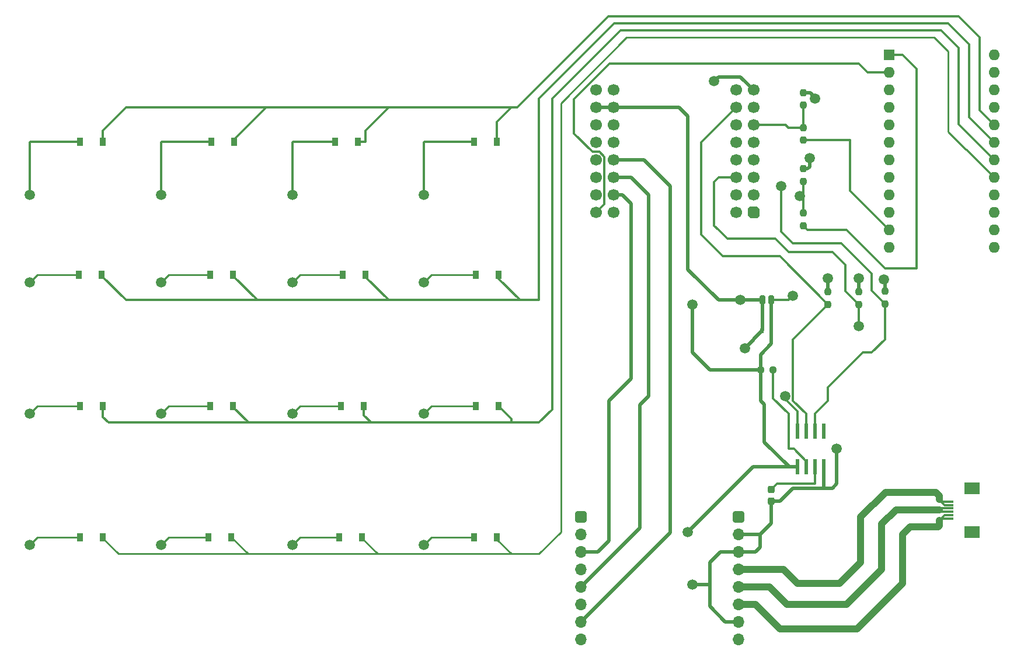
<source format=gbr>
%TF.GenerationSoftware,KiCad,Pcbnew,(6.0.1)*%
%TF.CreationDate,2022-11-17T22:19:47+08:00*%
%TF.ProjectId,Scroller1,5363726f-6c6c-4657-9231-2e6b69636164,rev?*%
%TF.SameCoordinates,Original*%
%TF.FileFunction,Copper,L1,Top*%
%TF.FilePolarity,Positive*%
%FSLAX46Y46*%
G04 Gerber Fmt 4.6, Leading zero omitted, Abs format (unit mm)*
G04 Created by KiCad (PCBNEW (6.0.1)) date 2022-11-17 22:19:47*
%MOMM*%
%LPD*%
G01*
G04 APERTURE LIST*
G04 Aperture macros list*
%AMRoundRect*
0 Rectangle with rounded corners*
0 $1 Rounding radius*
0 $2 $3 $4 $5 $6 $7 $8 $9 X,Y pos of 4 corners*
0 Add a 4 corners polygon primitive as box body*
4,1,4,$2,$3,$4,$5,$6,$7,$8,$9,$2,$3,0*
0 Add four circle primitives for the rounded corners*
1,1,$1+$1,$2,$3*
1,1,$1+$1,$4,$5*
1,1,$1+$1,$6,$7*
1,1,$1+$1,$8,$9*
0 Add four rect primitives between the rounded corners*
20,1,$1+$1,$2,$3,$4,$5,0*
20,1,$1+$1,$4,$5,$6,$7,0*
20,1,$1+$1,$6,$7,$8,$9,0*
20,1,$1+$1,$8,$9,$2,$3,0*%
%AMFreePoly0*
4,1,19,-0.850000,0.510000,-0.510000,0.850000,0.255000,0.850000,0.408997,0.829726,0.552500,0.770285,0.675729,0.675729,0.770285,0.552500,0.829726,0.408997,0.850000,0.255000,0.850000,-0.510000,0.510000,-0.850000,-0.255000,-0.850000,-0.408997,-0.829726,-0.552500,-0.770285,-0.675729,-0.675729,-0.770285,-0.552500,-0.829726,-0.408997,-0.850000,-0.255000,-0.850000,0.510000,-0.850000,0.510000,
$1*%
G04 Aperture macros list end*
%TA.AperFunction,SMDPad,CuDef*%
%ADD10R,0.900000X1.200000*%
%TD*%
%TA.AperFunction,SMDPad,CuDef*%
%ADD11RoundRect,0.237500X0.237500X-0.250000X0.237500X0.250000X-0.237500X0.250000X-0.237500X-0.250000X0*%
%TD*%
%TA.AperFunction,SMDPad,CuDef*%
%ADD12RoundRect,0.237500X0.237500X-0.300000X0.237500X0.300000X-0.237500X0.300000X-0.237500X-0.300000X0*%
%TD*%
%TA.AperFunction,SMDPad,CuDef*%
%ADD13RoundRect,0.237500X-0.237500X0.250000X-0.237500X-0.250000X0.237500X-0.250000X0.237500X0.250000X0*%
%TD*%
%TA.AperFunction,SMDPad,CuDef*%
%ADD14RoundRect,0.208750X0.208750X0.431250X-0.208750X0.431250X-0.208750X-0.431250X0.208750X-0.431250X0*%
%TD*%
%TA.AperFunction,SMDPad,CuDef*%
%ADD15R,0.600000X2.200000*%
%TD*%
%TA.AperFunction,SMDPad,CuDef*%
%ADD16R,0.600000X0.700000*%
%TD*%
%TA.AperFunction,ComponentPad*%
%ADD17RoundRect,0.399500X0.450500X0.450500X-0.450500X0.450500X-0.450500X-0.450500X0.450500X-0.450500X0*%
%TD*%
%TA.AperFunction,ComponentPad*%
%ADD18O,1.700000X1.700000*%
%TD*%
%TA.AperFunction,ComponentPad*%
%ADD19FreePoly0,180.000000*%
%TD*%
%TA.AperFunction,ComponentPad*%
%ADD20C,1.700000*%
%TD*%
%TA.AperFunction,ComponentPad*%
%ADD21R,1.600000X1.600000*%
%TD*%
%TA.AperFunction,ComponentPad*%
%ADD22O,1.600000X1.600000*%
%TD*%
%TA.AperFunction,SMDPad,CuDef*%
%ADD23RoundRect,0.237500X-0.250000X-0.237500X0.250000X-0.237500X0.250000X0.237500X-0.250000X0.237500X0*%
%TD*%
%TA.AperFunction,SMDPad,CuDef*%
%ADD24R,1.300000X0.300000*%
%TD*%
%TA.AperFunction,SMDPad,CuDef*%
%ADD25R,2.200000X1.800000*%
%TD*%
%TA.AperFunction,ViaPad*%
%ADD26C,1.500000*%
%TD*%
%TA.AperFunction,Conductor*%
%ADD27C,0.500000*%
%TD*%
%TA.AperFunction,Conductor*%
%ADD28C,0.300000*%
%TD*%
%TA.AperFunction,Conductor*%
%ADD29C,0.250000*%
%TD*%
%TA.AperFunction,Conductor*%
%ADD30C,1.000000*%
%TD*%
G04 APERTURE END LIST*
D10*
%TO.P,D1_1,1,K*%
%TO.N,/Row 2*%
X119194000Y-91821000D03*
%TO.P,D1_1,2,A*%
%TO.N,Net-(D1_1-Pad2)*%
X115894000Y-91821000D03*
%TD*%
D11*
%TO.P,RS_2,1*%
%TO.N,Net-(ESP32-Pad17)*%
X182696075Y-78279000D03*
%TO.P,RS_2,2*%
%TO.N,GND*%
X182696075Y-76454000D03*
%TD*%
D12*
%TO.P,C1,1*%
%TO.N,GND*%
X178040000Y-124714000D03*
%TO.P,C1,2*%
%TO.N,Net-(C1-Pad2)*%
X178040000Y-122989000D03*
%TD*%
D10*
%TO.P,D2_0,1,K*%
%TO.N,/Row 3*%
X138496000Y-110871000D03*
%TO.P,D2_0,2,A*%
%TO.N,Net-(D2_0-Pad2)*%
X135196000Y-110871000D03*
%TD*%
D13*
%TO.P,RT_4,1*%
%TO.N,+3V3*%
X194550000Y-94234000D03*
%TO.P,RT_4,2*%
%TO.N,SDA*%
X194550000Y-96059000D03*
%TD*%
D10*
%TO.P,D0_1,1,K*%
%TO.N,/Row 1*%
X118135400Y-72517000D03*
%TO.P,D0_1,2,A*%
%TO.N,Net-(D0_1-Pad2)*%
X114835400Y-72517000D03*
%TD*%
D14*
%TO.P,C2,1*%
%TO.N,+3V3*%
X178032500Y-95504000D03*
%TO.P,C2,2*%
%TO.N,GND*%
X176777500Y-95504000D03*
%TD*%
D10*
%TO.P,D1_0,1,K*%
%TO.N,/Row 2*%
X138498000Y-91821000D03*
%TO.P,D1_0,2,A*%
%TO.N,Net-(D1_0-Pad2)*%
X135198000Y-91821000D03*
%TD*%
D15*
%TO.P,UM1,1,VDD*%
%TO.N,+3V3*%
X181850035Y-119692460D03*
%TO.P,UM1,2,MODE*%
%TO.N,Net-(RT_1-Pad2)*%
X183120035Y-119692460D03*
%TO.P,UM1,3,OUT*%
%TO.N,Net-(C1-Pad2)*%
X184390035Y-119692460D03*
%TO.P,UM1,4,GND*%
%TO.N,GND*%
X185660035Y-119692460D03*
%TO.P,UM1,5,PUSH*%
%TO.N,unconnected-(UM1-Pad5)*%
X185660035Y-114492460D03*
%TO.P,UM1,6,A/SDA*%
%TO.N,SDA*%
X184390035Y-114492460D03*
%TO.P,UM1,7,B/SCL*%
%TO.N,SCL*%
X183120035Y-114492460D03*
%TO.P,UM1,8,Z/CSn*%
%TO.N,CSn*%
X181850035Y-114492460D03*
%TD*%
D10*
%TO.P,D1_2,1,K*%
%TO.N,/Row 2*%
X100016000Y-91821000D03*
%TO.P,D1_2,2,A*%
%TO.N,Net-(D1_2-Pad2)*%
X96716000Y-91821000D03*
%TD*%
%TO.P,D2_3,1,K*%
%TO.N,/Row 3*%
X81092000Y-110871000D03*
%TO.P,D2_3,2,A*%
%TO.N,Net-(D2_3-Pad2)*%
X77792000Y-110871000D03*
%TD*%
D13*
%TO.P,RT_2,1*%
%TO.N,+3V3*%
X190740000Y-94314000D03*
%TO.P,RT_2,2*%
%TO.N,CSn*%
X190740000Y-96139000D03*
%TD*%
D16*
%TO.P,D1,1,K*%
%TO.N,+3V3*%
X178054000Y-99949000D03*
%TO.P,D1,2,A*%
%TO.N,GND*%
X176654000Y-99949000D03*
%TD*%
D17*
%TO.P,TMC1,1,+VCC_IO*%
%TO.N,+3V3*%
X150472107Y-126961107D03*
D18*
%TO.P,TMC1,2,GND*%
%TO.N,GND*%
X150472107Y-129501107D03*
%TO.P,TMC1,3,UH_in*%
%TO.N,/UH_In*%
X150472107Y-132041107D03*
%TO.P,TMC1,4,UL_in*%
%TO.N,/UL_In*%
X150472107Y-134581107D03*
%TO.P,TMC1,5,VH_in*%
%TO.N,/VH_In*%
X150472107Y-137121107D03*
%TO.P,TMC1,6,VL_in*%
%TO.N,/VL_In*%
X150472107Y-139661107D03*
%TO.P,TMC1,7,WH_in*%
%TO.N,/WH_In*%
X150472107Y-142201107D03*
%TO.P,TMC1,8,WL_in*%
%TO.N,/WL_In*%
X150472107Y-144741107D03*
D17*
%TO.P,TMC1,9,+VBAT*%
%TO.N,+5V*%
X173272107Y-126961107D03*
D18*
%TO.P,TMC1,10,GND*%
%TO.N,GND*%
X173272107Y-129501107D03*
%TO.P,TMC1,11,GND*%
X173272107Y-132041107D03*
%TO.P,TMC1,12,W*%
%TO.N,/W_Out*%
X173272107Y-134581107D03*
%TO.P,TMC1,13,V*%
%TO.N,/V_Out*%
X173272107Y-137121107D03*
%TO.P,TMC1,14,W*%
%TO.N,/U_Out*%
X173272107Y-139661107D03*
%TO.P,TMC1,15,GND*%
%TO.N,GND*%
X173272107Y-142201107D03*
%TO.P,TMC1,16,DIAG*%
%TO.N,unconnected-(TMC1-Pad16)*%
X173272107Y-144741107D03*
%TD*%
D11*
%TO.P,RM_1,1*%
%TO.N,Net-(QMK1-Pad11)*%
X182696075Y-72286500D03*
%TO.P,RM_1,2*%
%TO.N,Net-(ESP32-Pad6)*%
X182696075Y-70461500D03*
%TD*%
D19*
%TO.P,ESP32,1,EN*%
%TO.N,unconnected-(ESP32-Pad1)*%
X175500000Y-82804000D03*
D20*
%TO.P,ESP32,2,GPIO3*%
%TO.N,unconnected-(ESP32-Pad2)*%
X175500000Y-80264000D03*
%TO.P,ESP32,3,GPIO5*%
%TO.N,unconnected-(ESP32-Pad3)*%
X175500000Y-77724000D03*
%TO.P,ESP32,4,GPIO7*%
%TO.N,unconnected-(ESP32-Pad4)*%
X175500000Y-75184000D03*
%TO.P,ESP32,5,GPIO9*%
%TO.N,unconnected-(ESP32-Pad5)*%
X175500000Y-72644000D03*
%TO.P,ESP32,6,GPIO11*%
%TO.N,Net-(ESP32-Pad6)*%
X175500000Y-70104000D03*
%TO.P,ESP32,7,GPIO12*%
%TO.N,SDA*%
X175500000Y-67564000D03*
%TO.P,ESP32,8,3V3*%
%TO.N,+3V3*%
X175500000Y-65024000D03*
%TO.P,ESP32,9,VBUS*%
%TO.N,+5V*%
X152640000Y-65024000D03*
%TO.P,ESP32,10,GND*%
%TO.N,GND*%
X152640000Y-67564000D03*
%TO.P,ESP32,11,XTAL_32K_N*%
%TO.N,unconnected-(ESP32-Pad11)*%
X152640000Y-70104000D03*
%TO.P,ESP32,12,DAC_2*%
%TO.N,unconnected-(ESP32-Pad12)*%
X152640000Y-72644000D03*
%TO.P,ESP32,13,GPIO33*%
%TO.N,/WL_In*%
X152640000Y-75184000D03*
%TO.P,ESP32,14,GPIO35*%
%TO.N,/VL_In*%
X152640000Y-77724000D03*
%TO.P,ESP32,15,GPIO37*%
%TO.N,/UL_In*%
X152640000Y-80264000D03*
%TO.P,ESP32,16,MTCK*%
%TO.N,Net-(ESP32-Pad16)*%
X152640000Y-82804000D03*
%TO.P,ESP32,17,GPIO1*%
%TO.N,Net-(ESP32-Pad17)*%
X172960000Y-82804000D03*
%TO.P,ESP32,18,GPIO2*%
%TO.N,unconnected-(ESP32-Pad18)*%
X172960000Y-80264000D03*
%TO.P,ESP32,19,GPIO4*%
%TO.N,CSn*%
X172960000Y-77724000D03*
%TO.P,ESP32,20,GPIO6*%
%TO.N,unconnected-(ESP32-Pad20)*%
X172960000Y-75184000D03*
%TO.P,ESP32,21,GPIO8*%
%TO.N,unconnected-(ESP32-Pad21)*%
X172960000Y-72644000D03*
%TO.P,ESP32,22,GPIO10*%
%TO.N,unconnected-(ESP32-Pad22)*%
X172960000Y-70104000D03*
%TO.P,ESP32,23,GPIO13*%
%TO.N,SCL*%
X172960000Y-67564000D03*
%TO.P,ESP32,24,GPIO14*%
%TO.N,unconnected-(ESP32-Pad24)*%
X172960000Y-65024000D03*
%TO.P,ESP32,25,XTAL_32K_P*%
%TO.N,unconnected-(ESP32-Pad25)*%
X155180000Y-65024000D03*
%TO.P,ESP32,26,GND*%
%TO.N,GND*%
X155180000Y-67564000D03*
%TO.P,ESP32,27,DAC_1*%
%TO.N,unconnected-(ESP32-Pad27)*%
X155180000Y-70104000D03*
%TO.P,ESP32,28,GPIO21*%
%TO.N,unconnected-(ESP32-Pad28)*%
X155180000Y-72644000D03*
%TO.P,ESP32,29,GPIO34*%
%TO.N,/WH_In*%
X155180000Y-75184000D03*
%TO.P,ESP32,30,GPIO36*%
%TO.N,/VH_In*%
X155180000Y-77724000D03*
%TO.P,ESP32,31,GPIO38*%
%TO.N,/UH_In*%
X155180000Y-80264000D03*
%TO.P,ESP32,32,MTDO*%
%TO.N,unconnected-(ESP32-Pad32)*%
X155180000Y-82804000D03*
%TD*%
D13*
%TO.P,RT_3,1*%
%TO.N,+3V3*%
X186295000Y-94314000D03*
%TO.P,RT_3,2*%
%TO.N,SCL*%
X186295000Y-96139000D03*
%TD*%
D21*
%TO.P,QMK1,1,D1/TX*%
%TO.N,Net-(QMK1-Pad1)*%
X195185000Y-59944000D03*
D22*
%TO.P,QMK1,2,D0/RX*%
%TO.N,Net-(ESP32-Pad16)*%
X195185000Y-62484000D03*
%TO.P,QMK1,3,GND*%
%TO.N,GND*%
X195185000Y-65024000D03*
%TO.P,QMK1,4,GND*%
X195185000Y-67564000D03*
%TO.P,QMK1,5,D2*%
%TO.N,unconnected-(QMK1-Pad5)*%
X195185000Y-70104000D03*
%TO.P,QMK1,6,~D3*%
%TO.N,unconnected-(QMK1-Pad6)*%
X195185000Y-72644000D03*
%TO.P,QMK1,7,D4/A6*%
%TO.N,unconnected-(QMK1-Pad7)*%
X195185000Y-75184000D03*
%TO.P,QMK1,8,~D5*%
%TO.N,unconnected-(QMK1-Pad8)*%
X195185000Y-77724000D03*
%TO.P,QMK1,9,~D6/A7*%
%TO.N,unconnected-(QMK1-Pad9)*%
X195185000Y-80264000D03*
%TO.P,QMK1,10,D7*%
%TO.N,unconnected-(QMK1-Pad10)*%
X195185000Y-82804000D03*
%TO.P,QMK1,11,D8/A8*%
%TO.N,Net-(QMK1-Pad11)*%
X195185000Y-85344000D03*
%TO.P,QMK1,12,~D9/A9*%
%TO.N,unconnected-(QMK1-Pad12)*%
X195185000Y-87884000D03*
%TO.P,QMK1,13,~D10/A10*%
%TO.N,/Col 4*%
X210425000Y-87884000D03*
%TO.P,QMK1,14,D16*%
%TO.N,/Col 3*%
X210425000Y-85344000D03*
%TO.P,QMK1,15,D14*%
%TO.N,/Col 2*%
X210425000Y-82804000D03*
%TO.P,QMK1,16,D15*%
%TO.N,/Col 1*%
X210425000Y-80264000D03*
%TO.P,QMK1,17,D18/A0*%
%TO.N,/Row 4*%
X210425000Y-77724000D03*
%TO.P,QMK1,18,D19/A1*%
%TO.N,/Row 3*%
X210425000Y-75184000D03*
%TO.P,QMK1,19,D20/A2*%
%TO.N,/Row 2*%
X210425000Y-72644000D03*
%TO.P,QMK1,20,D21/A3*%
%TO.N,/Row 1*%
X210425000Y-70104000D03*
%TO.P,QMK1,21,VCC*%
%TO.N,+5V*%
X210425000Y-67564000D03*
%TO.P,QMK1,22,RST*%
%TO.N,unconnected-(QMK1-Pad22)*%
X210425000Y-65024000D03*
%TO.P,QMK1,23,GND*%
%TO.N,GND*%
X210425000Y-62484000D03*
%TO.P,QMK1,24,RAW*%
%TO.N,unconnected-(QMK1-Pad24)*%
X210425000Y-59944000D03*
%TD*%
D23*
%TO.P,RT_1,1*%
%TO.N,+3V3*%
X176492500Y-105664000D03*
%TO.P,RT_1,2*%
%TO.N,Net-(RT_1-Pad2)*%
X178317500Y-105664000D03*
%TD*%
D10*
%TO.P,D0_3,1,K*%
%TO.N,/Row 1*%
X81092000Y-72517000D03*
%TO.P,D0_3,2,A*%
%TO.N,Net-(D0_3-Pad2)*%
X77792000Y-72517000D03*
%TD*%
D11*
%TO.P,RS_1,1*%
%TO.N,Net-(QMK1-Pad1)*%
X182696075Y-84709000D03*
%TO.P,RS_1,2*%
%TO.N,Net-(ESP32-Pad17)*%
X182696075Y-82884000D03*
%TD*%
D10*
%TO.P,D3_1,1,K*%
%TO.N,/Row 4*%
X118684000Y-129921000D03*
%TO.P,D3_1,2,A*%
%TO.N,Net-(D3_1-Pad2)*%
X115384000Y-129921000D03*
%TD*%
%TO.P,D2_1,1,K*%
%TO.N,/Row 3*%
X118938000Y-110871000D03*
%TO.P,D2_1,2,A*%
%TO.N,Net-(D2_1-Pad2)*%
X115638000Y-110871000D03*
%TD*%
D24*
%TO.P,UVW1,1,Pin_1*%
%TO.N,/U_Out*%
X203890000Y-127234000D03*
%TO.P,UVW1,2,Pin_2*%
X203890000Y-126734000D03*
%TO.P,UVW1,3,Pin_3*%
%TO.N,/V_Out*%
X203890000Y-126234000D03*
%TO.P,UVW1,4,Pin_4*%
X203890000Y-125734000D03*
%TO.P,UVW1,5,Pin_5*%
%TO.N,/W_Out*%
X203890000Y-125234000D03*
%TO.P,UVW1,6,Pin_6*%
X203890000Y-124734000D03*
D25*
%TO.P,UVW1,MP*%
%TO.N,N/C*%
X207140000Y-129134000D03*
X207140000Y-122834000D03*
%TD*%
D10*
%TO.P,D2_2,1,K*%
%TO.N,/Row 3*%
X100014000Y-110871000D03*
%TO.P,D2_2,2,A*%
%TO.N,Net-(D2_2-Pad2)*%
X96714000Y-110871000D03*
%TD*%
%TO.P,D3_3,1,K*%
%TO.N,/Row 4*%
X81092000Y-129921000D03*
%TO.P,D3_3,2,A*%
%TO.N,Net-(D3_3-Pad2)*%
X77792000Y-129921000D03*
%TD*%
%TO.P,D3_0,1,K*%
%TO.N,/Row 4*%
X138242000Y-129921000D03*
%TO.P,D3_0,2,A*%
%TO.N,Net-(D3_0-Pad2)*%
X134942000Y-129921000D03*
%TD*%
%TO.P,D0_2,1,K*%
%TO.N,/Row 1*%
X100142000Y-72517000D03*
%TO.P,D0_2,2,A*%
%TO.N,Net-(D0_2-Pad2)*%
X96842000Y-72517000D03*
%TD*%
%TO.P,D1_3,1,K*%
%TO.N,/Row 2*%
X80966000Y-91821000D03*
%TO.P,D1_3,2,A*%
%TO.N,Net-(D1_3-Pad2)*%
X77666000Y-91821000D03*
%TD*%
D11*
%TO.P,RM_2,1*%
%TO.N,Net-(ESP32-Pad6)*%
X182696075Y-67206500D03*
%TO.P,RM_2,2*%
%TO.N,GND*%
X182696075Y-65381500D03*
%TD*%
D10*
%TO.P,D3_2,1,K*%
%TO.N,/Row 4*%
X99760000Y-129921000D03*
%TO.P,D3_2,2,A*%
%TO.N,Net-(D3_2-Pad2)*%
X96460000Y-129921000D03*
%TD*%
%TO.P,D0_0,1,K*%
%TO.N,/Row 1*%
X138242000Y-72517000D03*
%TO.P,D0_0,2,A*%
%TO.N,Net-(D0_0-Pad2)*%
X134942000Y-72517000D03*
%TD*%
D26*
%TO.N,GND*%
X174230000Y-102489000D03*
X166610000Y-136779000D03*
X183648575Y-74866500D03*
X187565000Y-117094000D03*
X173595000Y-95504000D03*
X184390000Y-66294000D03*
%TO.N,+3V3*%
X166610000Y-96139000D03*
X190740000Y-92329000D03*
X194407536Y-92471464D03*
X165975000Y-129159000D03*
X186295000Y-92329000D03*
X181215000Y-94869000D03*
X169785000Y-63754000D03*
%TO.N,Net-(D0_0-Pad2)*%
X127642000Y-80264000D03*
%TO.N,Net-(D0_1-Pad2)*%
X108592000Y-80264000D03*
%TO.N,Net-(D0_2-Pad2)*%
X89542000Y-80264000D03*
%TO.N,Net-(D0_3-Pad2)*%
X70492000Y-80264000D03*
%TO.N,Net-(D1_0-Pad2)*%
X127642000Y-92964000D03*
%TO.N,Net-(D1_1-Pad2)*%
X108592000Y-92964000D03*
%TO.N,Net-(D1_2-Pad2)*%
X89542000Y-92964000D03*
%TO.N,Net-(D1_3-Pad2)*%
X70492000Y-92964000D03*
%TO.N,Net-(D2_0-Pad2)*%
X127642000Y-112014000D03*
%TO.N,Net-(D2_1-Pad2)*%
X108592000Y-112014000D03*
%TO.N,Net-(D2_2-Pad2)*%
X89542000Y-112014000D03*
%TO.N,Net-(D2_3-Pad2)*%
X70492000Y-112014000D03*
%TO.N,Net-(D3_0-Pad2)*%
X127642000Y-131064000D03*
%TO.N,Net-(D3_1-Pad2)*%
X108592000Y-131064000D03*
%TO.N,Net-(D3_2-Pad2)*%
X89542000Y-131064000D03*
%TO.N,Net-(D3_3-Pad2)*%
X70492000Y-131064000D03*
%TO.N,SDA*%
X179521075Y-78994000D03*
%TO.N,Net-(ESP32-Pad17)*%
X182186555Y-80389480D03*
%TO.N,CSn*%
X180086000Y-109474000D03*
X190740000Y-99314000D03*
%TD*%
D27*
%TO.N,GND*%
X152640000Y-67564000D02*
X155180000Y-67564000D01*
X178040000Y-124714000D02*
X179310000Y-124714000D01*
X185660035Y-122808965D02*
X185660035Y-119692460D01*
X169150000Y-139954000D02*
X171397107Y-142201107D01*
X169150000Y-136779000D02*
X166610000Y-136779000D01*
X183331075Y-65381500D02*
X183688575Y-65381500D01*
X170712893Y-132041107D02*
X169150000Y-133604000D01*
X165975000Y-91059000D02*
X170420000Y-95504000D01*
X183648575Y-76136500D02*
X183331075Y-76454000D01*
X186930000Y-122809000D02*
X185660000Y-122809000D01*
X183648575Y-74866500D02*
X183648575Y-76136500D01*
X187565000Y-117094000D02*
X187565000Y-122174000D01*
X175792893Y-132041107D02*
X173272107Y-132041107D01*
X165975000Y-68834000D02*
X165975000Y-91059000D01*
X183688575Y-65381500D02*
X184601075Y-66294000D01*
X169150000Y-133604000D02*
X169150000Y-136779000D01*
X181215000Y-122809000D02*
X185660000Y-122809000D01*
X176654000Y-99949000D02*
X175500000Y-101103000D01*
X179310000Y-124714000D02*
X181215000Y-122809000D01*
X173272107Y-132041107D02*
X170712893Y-132041107D01*
X169150000Y-136779000D02*
X169150000Y-139954000D01*
X178040000Y-127889000D02*
X176427893Y-129501107D01*
X176427893Y-129501107D02*
X173272107Y-129501107D01*
X164705000Y-67564000D02*
X155180000Y-67564000D01*
X164705000Y-67564000D02*
X165975000Y-68834000D01*
X171397107Y-142201107D02*
X173272107Y-142201107D01*
X175500000Y-101219000D02*
X174230000Y-102489000D01*
X178040000Y-124714000D02*
X178040000Y-127889000D01*
X176777500Y-95504000D02*
X176777500Y-99825500D01*
X185660000Y-122809000D02*
X185660035Y-122808965D01*
X174865000Y-95504000D02*
X173595000Y-95504000D01*
X187565000Y-122174000D02*
X186930000Y-122809000D01*
X170420000Y-95504000D02*
X174865000Y-95504000D01*
X176427893Y-131406107D02*
X175792893Y-132041107D01*
X175500000Y-101103000D02*
X175500000Y-101219000D01*
X176427893Y-129501107D02*
X176427893Y-131406107D01*
X176777500Y-95504000D02*
X174865000Y-95504000D01*
X176777500Y-99825500D02*
X176654000Y-99949000D01*
D28*
%TO.N,Net-(C1-Pad2)*%
X184390000Y-122174000D02*
X184390035Y-122173965D01*
X178855000Y-122174000D02*
X184390000Y-122174000D01*
X184390035Y-122173965D02*
X184390035Y-119692460D01*
X178040000Y-122989000D02*
X178855000Y-122174000D01*
D27*
%TO.N,+3V3*%
X177038000Y-116092000D02*
X177038000Y-110589850D01*
D28*
X180580000Y-95504000D02*
X181215000Y-94869000D01*
D27*
X176530000Y-105701500D02*
X176492500Y-105664000D01*
X166610000Y-103124000D02*
X169150000Y-105664000D01*
X169150000Y-105664000D02*
X176492500Y-105664000D01*
X186295000Y-94314000D02*
X186295000Y-92329000D01*
X194550000Y-94234000D02*
X194550000Y-92613928D01*
X178054000Y-95525500D02*
X178032500Y-95504000D01*
X175500000Y-65024000D02*
X173595000Y-63119000D01*
X178054000Y-101840000D02*
X176492500Y-103401500D01*
X175441540Y-119692460D02*
X180638460Y-119692460D01*
X176492500Y-105664000D02*
X176492500Y-103401500D01*
X176530000Y-110081850D02*
X176530000Y-105701500D01*
X173595000Y-63119000D02*
X172960000Y-63119000D01*
X178054000Y-99949000D02*
X178054000Y-95525500D01*
D28*
X178032500Y-95504000D02*
X180580000Y-95504000D01*
D27*
X194550000Y-92613928D02*
X194407536Y-92471464D01*
X172960000Y-63119000D02*
X170420000Y-63119000D01*
X170420000Y-63119000D02*
X169785000Y-63754000D01*
X165975000Y-129159000D02*
X175441540Y-119692460D01*
X190740000Y-94314000D02*
X190740000Y-92329000D01*
X180638460Y-119692460D02*
X177038000Y-116092000D01*
X166610000Y-96139000D02*
X166610000Y-103124000D01*
X181850035Y-119692460D02*
X180638460Y-119692460D01*
X177038000Y-110589850D02*
X176530000Y-110081850D01*
X178054000Y-99949000D02*
X178054000Y-101840000D01*
D28*
%TO.N,/Row 1*%
X208280000Y-67959000D02*
X210425000Y-70104000D01*
X81092000Y-72517000D02*
X81092000Y-70934000D01*
X141210000Y-67564000D02*
X154418000Y-54356000D01*
X205232000Y-54356000D02*
X208280000Y-57404000D01*
X122562000Y-67564000D02*
X140342000Y-67564000D01*
X119192000Y-72517000D02*
X119192000Y-70934000D01*
X119192000Y-70934000D02*
X122562000Y-67564000D01*
X208280000Y-57404000D02*
X208280000Y-67959000D01*
X154418000Y-54356000D02*
X205232000Y-54356000D01*
X100142000Y-72204000D02*
X104782000Y-67564000D01*
X84462000Y-67564000D02*
X104782000Y-67564000D01*
X104782000Y-67564000D02*
X122562000Y-67564000D01*
X138242000Y-72517000D02*
X138242000Y-69664000D01*
X139305000Y-67564000D02*
X141210000Y-67564000D01*
X81092000Y-70934000D02*
X84462000Y-67564000D01*
X138242000Y-69664000D02*
X140342000Y-67564000D01*
X100142000Y-72517000D02*
X100142000Y-72204000D01*
X119192000Y-72517000D02*
X118135400Y-72517000D01*
%TO.N,Net-(D0_0-Pad2)*%
X127642000Y-72644000D02*
X127642000Y-80264000D01*
X134942000Y-72517000D02*
X127769000Y-72517000D01*
X127769000Y-72517000D02*
X127642000Y-72644000D01*
%TO.N,Net-(D0_1-Pad2)*%
X108719000Y-72517000D02*
X114835400Y-72517000D01*
X108592000Y-72644000D02*
X108592000Y-80264000D01*
X108719000Y-72517000D02*
X108592000Y-72644000D01*
%TO.N,Net-(D0_2-Pad2)*%
X89669000Y-72517000D02*
X89542000Y-72644000D01*
X89542000Y-72644000D02*
X89542000Y-80264000D01*
X96842000Y-72517000D02*
X89669000Y-72517000D01*
%TO.N,Net-(D0_3-Pad2)*%
X70492000Y-72644000D02*
X70492000Y-80264000D01*
X70619000Y-72517000D02*
X70492000Y-72644000D01*
X77792000Y-72517000D02*
X70619000Y-72517000D01*
%TO.N,/Row 2*%
X203708000Y-55372000D02*
X206756000Y-58420000D01*
X84462000Y-95504000D02*
X102242000Y-95504000D01*
X138498000Y-91821000D02*
X138498000Y-92390000D01*
X155307000Y-55372000D02*
X203708000Y-55372000D01*
X102242000Y-95504000D02*
X103512000Y-95504000D01*
X100016000Y-92008000D02*
X103512000Y-95504000D01*
X138498000Y-92390000D02*
X141612000Y-95504000D01*
X144385000Y-66294000D02*
X155307000Y-55372000D01*
X103512000Y-95504000D02*
X122562000Y-95504000D01*
X119194000Y-92136000D02*
X122562000Y-95504000D01*
X206756000Y-68975000D02*
X210425000Y-72644000D01*
X100016000Y-91821000D02*
X100016000Y-92008000D01*
X80966000Y-91821000D02*
X80966000Y-92008000D01*
X80966000Y-92008000D02*
X84462000Y-95504000D01*
X140575000Y-95504000D02*
X144385000Y-95504000D01*
X206756000Y-58420000D02*
X206756000Y-68975000D01*
X122562000Y-95504000D02*
X140342000Y-95504000D01*
X140342000Y-95504000D02*
X141612000Y-95504000D01*
X119194000Y-91821000D02*
X119194000Y-92136000D01*
X144385000Y-95504000D02*
X144385000Y-66294000D01*
D29*
%TO.N,Net-(D1_0-Pad2)*%
X135198000Y-91821000D02*
X128785000Y-91821000D01*
X128785000Y-91821000D02*
X127642000Y-92964000D01*
%TO.N,Net-(D1_1-Pad2)*%
X109735000Y-91821000D02*
X108592000Y-92964000D01*
X115894000Y-91821000D02*
X109735000Y-91821000D01*
%TO.N,Net-(D1_2-Pad2)*%
X96716000Y-91821000D02*
X90685000Y-91821000D01*
X90685000Y-91821000D02*
X89542000Y-92964000D01*
%TO.N,Net-(D1_3-Pad2)*%
X77666000Y-91821000D02*
X71635000Y-91821000D01*
X71635000Y-91821000D02*
X70492000Y-92964000D01*
D28*
%TO.N,/Row 3*%
X81922000Y-113284000D02*
X102242000Y-113284000D01*
X81092000Y-112454000D02*
X81922000Y-113284000D01*
X139305000Y-113284000D02*
X144385000Y-113284000D01*
X118938000Y-110871000D02*
X118938000Y-112200000D01*
X118938000Y-112200000D02*
X120022000Y-113284000D01*
X140342000Y-112717000D02*
X140342000Y-113284000D01*
X100014000Y-111056000D02*
X102242000Y-113284000D01*
X202692000Y-56388000D02*
X205232000Y-58928000D01*
X102242000Y-113284000D02*
X120022000Y-113284000D01*
X146290000Y-111379000D02*
X146290000Y-66294000D01*
X100014000Y-110871000D02*
X100014000Y-111056000D01*
X146290000Y-66294000D02*
X156196000Y-56388000D01*
X156196000Y-56388000D02*
X202692000Y-56388000D01*
X120022000Y-113284000D02*
X140342000Y-113284000D01*
X138496000Y-110871000D02*
X140342000Y-112717000D01*
X81092000Y-110871000D02*
X81092000Y-112454000D01*
X205232000Y-58928000D02*
X205232000Y-69991000D01*
X144385000Y-113284000D02*
X146290000Y-111379000D01*
X205232000Y-69991000D02*
X210425000Y-75184000D01*
D29*
%TO.N,Net-(D2_0-Pad2)*%
X128785000Y-110871000D02*
X127642000Y-112014000D01*
X135196000Y-110871000D02*
X128785000Y-110871000D01*
%TO.N,Net-(D2_1-Pad2)*%
X109735000Y-110871000D02*
X108592000Y-112014000D01*
X115638000Y-110871000D02*
X109735000Y-110871000D01*
%TO.N,Net-(D2_2-Pad2)*%
X90685000Y-110871000D02*
X89542000Y-112014000D01*
X96714000Y-110871000D02*
X90685000Y-110871000D01*
%TO.N,Net-(D2_3-Pad2)*%
X71635000Y-110871000D02*
X70492000Y-112014000D01*
X77792000Y-110871000D02*
X71635000Y-110871000D01*
%TO.N,/Row 4*%
X118684000Y-130071000D02*
X120947000Y-132334000D01*
X118684000Y-129921000D02*
X118684000Y-130071000D01*
X157085000Y-57404000D02*
X201676000Y-57404000D01*
X203708000Y-71120000D02*
X206248000Y-73660000D01*
X139305000Y-132334000D02*
X144385000Y-132334000D01*
X206248000Y-73660000D02*
X206361000Y-73660000D01*
X102173000Y-132334000D02*
X121292000Y-132334000D01*
X147560000Y-66929000D02*
X157085000Y-57404000D01*
X138242000Y-130234000D02*
X140342000Y-132334000D01*
X138242000Y-129921000D02*
X138242000Y-130234000D01*
X201676000Y-57404000D02*
X203708000Y-59436000D01*
X206361000Y-73660000D02*
X210425000Y-77724000D01*
X144385000Y-132334000D02*
X147560000Y-129159000D01*
X147560000Y-129159000D02*
X147560000Y-66929000D01*
X120947000Y-132334000D02*
X140342000Y-132334000D01*
X83355000Y-132334000D02*
X102173000Y-132334000D01*
X81092000Y-130071000D02*
X83355000Y-132334000D01*
X81092000Y-129921000D02*
X81092000Y-130071000D01*
X203708000Y-59436000D02*
X203708000Y-71120000D01*
X99760000Y-129921000D02*
X102173000Y-132334000D01*
%TO.N,Net-(D3_0-Pad2)*%
X134942000Y-129921000D02*
X128785000Y-129921000D01*
X128785000Y-129921000D02*
X127642000Y-131064000D01*
%TO.N,Net-(D3_1-Pad2)*%
X109735000Y-129921000D02*
X108592000Y-131064000D01*
X115384000Y-129921000D02*
X109735000Y-129921000D01*
%TO.N,Net-(D3_2-Pad2)*%
X90685000Y-129921000D02*
X89542000Y-131064000D01*
X96460000Y-129921000D02*
X90685000Y-129921000D01*
%TO.N,Net-(D3_3-Pad2)*%
X77792000Y-129921000D02*
X71635000Y-129921000D01*
X71635000Y-129921000D02*
X70492000Y-131064000D01*
D28*
%TO.N,Net-(ESP32-Pad6)*%
X182696075Y-67206500D02*
X182696075Y-70461500D01*
X180513575Y-70461500D02*
X180156075Y-70104000D01*
X180156075Y-70104000D02*
X175500000Y-70104000D01*
X180513575Y-70461500D02*
X182696075Y-70461500D01*
%TO.N,SDA*%
X192645000Y-103124000D02*
X194550000Y-101219000D01*
X188200000Y-87249000D02*
X181215000Y-87249000D01*
X192645000Y-94154000D02*
X192645000Y-91694000D01*
X181215000Y-87249000D02*
X179521075Y-85555075D01*
X179521075Y-85555075D02*
X179521075Y-78994000D01*
X192645000Y-91694000D02*
X188200000Y-87249000D01*
X194550000Y-96059000D02*
X192645000Y-94154000D01*
X194550000Y-101219000D02*
X194550000Y-96059000D01*
X184390035Y-112013965D02*
X186295000Y-110109000D01*
X186295000Y-108204000D02*
X191375000Y-103124000D01*
X184390035Y-114492460D02*
X184390035Y-112013965D01*
X186295000Y-110109000D02*
X186295000Y-108204000D01*
X191375000Y-103124000D02*
X192645000Y-103124000D01*
%TO.N,Net-(ESP32-Pad16)*%
X152143145Y-73984489D02*
X149465000Y-71306344D01*
X153136855Y-73984489D02*
X152143145Y-73984489D01*
X153839511Y-74687145D02*
X153136855Y-73984489D01*
X152640000Y-82804000D02*
X153839511Y-81604489D01*
X154581072Y-61214000D02*
X190754000Y-61214000D01*
X190754000Y-61214000D02*
X192024000Y-62484000D01*
X192024000Y-62484000D02*
X195185000Y-62484000D01*
X153839511Y-81604489D02*
X153839511Y-74687145D01*
X149465000Y-71306344D02*
X149465000Y-66330072D01*
X149465000Y-66330072D02*
X154581072Y-61214000D01*
%TO.N,Net-(ESP32-Pad17)*%
X182186555Y-80389480D02*
X182696075Y-80899000D01*
X182696075Y-79879960D02*
X182186555Y-80389480D01*
X182696075Y-80899000D02*
X182696075Y-82884000D01*
X182696075Y-78279000D02*
X182696075Y-79879960D01*
%TO.N,CSn*%
X181850035Y-111633035D02*
X181850035Y-114492460D01*
X186930000Y-88519000D02*
X188835000Y-90424000D01*
X188835000Y-90424000D02*
X188835000Y-94234000D01*
X180580000Y-88519000D02*
X186930000Y-88519000D01*
X176135000Y-86614000D02*
X178675000Y-86614000D01*
X180086000Y-109869000D02*
X181850035Y-111633035D01*
X188835000Y-94234000D02*
X190740000Y-96139000D01*
X171690000Y-86614000D02*
X176135000Y-86614000D01*
X169785000Y-84709000D02*
X170420000Y-85344000D01*
X180086000Y-109474000D02*
X180086000Y-109869000D01*
X169785000Y-78359000D02*
X169785000Y-84709000D01*
X170420000Y-77724000D02*
X169785000Y-78359000D01*
X178675000Y-86614000D02*
X180580000Y-88519000D01*
X190740000Y-96139000D02*
X190740000Y-99314000D01*
X170420000Y-85344000D02*
X171690000Y-86614000D01*
X172960000Y-77724000D02*
X170420000Y-77724000D01*
%TO.N,SCL*%
X186295000Y-96139000D02*
X181215000Y-101219000D01*
X181215000Y-110109000D02*
X183120035Y-112014035D01*
X179310000Y-89154000D02*
X171055000Y-89154000D01*
X167880000Y-85979000D02*
X167880000Y-72644000D01*
X171055000Y-89154000D02*
X167880000Y-85979000D01*
X183120035Y-112014035D02*
X183120035Y-114492460D01*
X186295000Y-96139000D02*
X179310000Y-89154000D01*
X167880000Y-72644000D02*
X172960000Y-67564000D01*
X181215000Y-101219000D02*
X181215000Y-110109000D01*
D27*
%TO.N,/WH_In*%
X163435000Y-129238214D02*
X163435000Y-78994000D01*
X150472107Y-142201107D02*
X163435000Y-129238214D01*
X159625000Y-75184000D02*
X155180000Y-75184000D01*
X163435000Y-78994000D02*
X159625000Y-75184000D01*
%TO.N,/VH_In*%
X158990000Y-110744000D02*
X160260000Y-109474000D01*
X150472107Y-137121107D02*
X158990000Y-128603214D01*
X157720000Y-77724000D02*
X155180000Y-77724000D01*
X158990000Y-128603214D02*
X158990000Y-110744000D01*
X160260000Y-80264000D02*
X157720000Y-77724000D01*
X160260000Y-109474000D02*
X160260000Y-80264000D01*
%TO.N,/UH_In*%
X156450000Y-80264000D02*
X155180000Y-80264000D01*
X152932893Y-132041107D02*
X154545000Y-130429000D01*
X154545000Y-110109000D02*
X157720000Y-106934000D01*
X157720000Y-106934000D02*
X157720000Y-81534000D01*
X157720000Y-81534000D02*
X156450000Y-80264000D01*
X150472107Y-132041107D02*
X152932893Y-132041107D01*
X154545000Y-130429000D02*
X154545000Y-110109000D01*
D28*
%TO.N,Net-(QMK1-Pad1)*%
X182696075Y-84709000D02*
X183331075Y-85344000D01*
X199136000Y-90932000D02*
X199136000Y-61976000D01*
X199136000Y-61976000D02*
X197104000Y-59944000D01*
X194564000Y-90932000D02*
X199136000Y-90932000D01*
X188976000Y-85344000D02*
X194564000Y-90932000D01*
X197104000Y-59944000D02*
X195185000Y-59944000D01*
X183331075Y-85344000D02*
X188976000Y-85344000D01*
%TO.N,Net-(QMK1-Pad11)*%
X189507500Y-72286500D02*
X189507500Y-79666500D01*
X189507500Y-72286500D02*
X182696075Y-72286500D01*
X189507500Y-79666500D02*
X195185000Y-85344000D01*
%TO.N,Net-(RT_1-Pad2)*%
X183120035Y-118892460D02*
X181321575Y-117094000D01*
X178317500Y-109751500D02*
X178317500Y-105664000D01*
X180580000Y-117094000D02*
X180580000Y-112014000D01*
X183120035Y-119692460D02*
X183120035Y-118892460D01*
X181321575Y-117094000D02*
X180580000Y-117094000D01*
X180580000Y-112014000D02*
X178317500Y-109751500D01*
D30*
%TO.N,/W_Out*%
X201890000Y-123404000D02*
X202438000Y-123952000D01*
X191008000Y-133604000D02*
X191008000Y-127000000D01*
D28*
X203890000Y-125234000D02*
X203212000Y-125234000D01*
D30*
X191008000Y-127000000D02*
X194604000Y-123404000D01*
X194604000Y-123404000D02*
X201890000Y-123404000D01*
D28*
X203212000Y-125234000D02*
X202712000Y-124734000D01*
D30*
X173272107Y-134581107D02*
X179793107Y-134581107D01*
D28*
X202712000Y-124734000D02*
X203890000Y-124734000D01*
D30*
X202438000Y-123952000D02*
X202438000Y-124460000D01*
X187960000Y-136652000D02*
X191008000Y-133604000D01*
X181864000Y-136652000D02*
X187960000Y-136652000D01*
X179793107Y-134581107D02*
X181864000Y-136652000D01*
%TO.N,/V_Out*%
X200591893Y-125944000D02*
X202398000Y-125944000D01*
X180340000Y-139700000D02*
X188976000Y-139700000D01*
X194056000Y-128016000D02*
X196128000Y-125944000D01*
D28*
X203890000Y-126234000D02*
X202688000Y-126234000D01*
X203890000Y-125734000D02*
X202608000Y-125734000D01*
D30*
X188976000Y-139700000D02*
X194056000Y-134620000D01*
X194056000Y-134620000D02*
X194056000Y-128016000D01*
X173272107Y-137121107D02*
X177761107Y-137121107D01*
X196128000Y-125944000D02*
X200591893Y-125944000D01*
D28*
X202608000Y-125734000D02*
X202398000Y-125944000D01*
X202688000Y-126234000D02*
X202398000Y-125944000D01*
D30*
X177761107Y-137121107D02*
X180340000Y-139700000D01*
%TO.N,/U_Out*%
X197104000Y-136652000D02*
X197104000Y-129540000D01*
X197104000Y-129540000D02*
X198198893Y-128445107D01*
X179324000Y-143256000D02*
X190500000Y-143256000D01*
D28*
X202712000Y-127234000D02*
X203212000Y-126734000D01*
X203212000Y-126734000D02*
X203890000Y-126734000D01*
D30*
X173272107Y-139661107D02*
X175729107Y-139661107D01*
D28*
X203890000Y-127234000D02*
X202712000Y-127234000D01*
D30*
X198198893Y-128445107D02*
X202262893Y-128445107D01*
X202262893Y-128445107D02*
X202438000Y-128270000D01*
X190500000Y-143256000D02*
X197104000Y-136652000D01*
X202438000Y-128270000D02*
X202438000Y-127508000D01*
X175729107Y-139661107D02*
X179324000Y-143256000D01*
%TD*%
M02*

</source>
